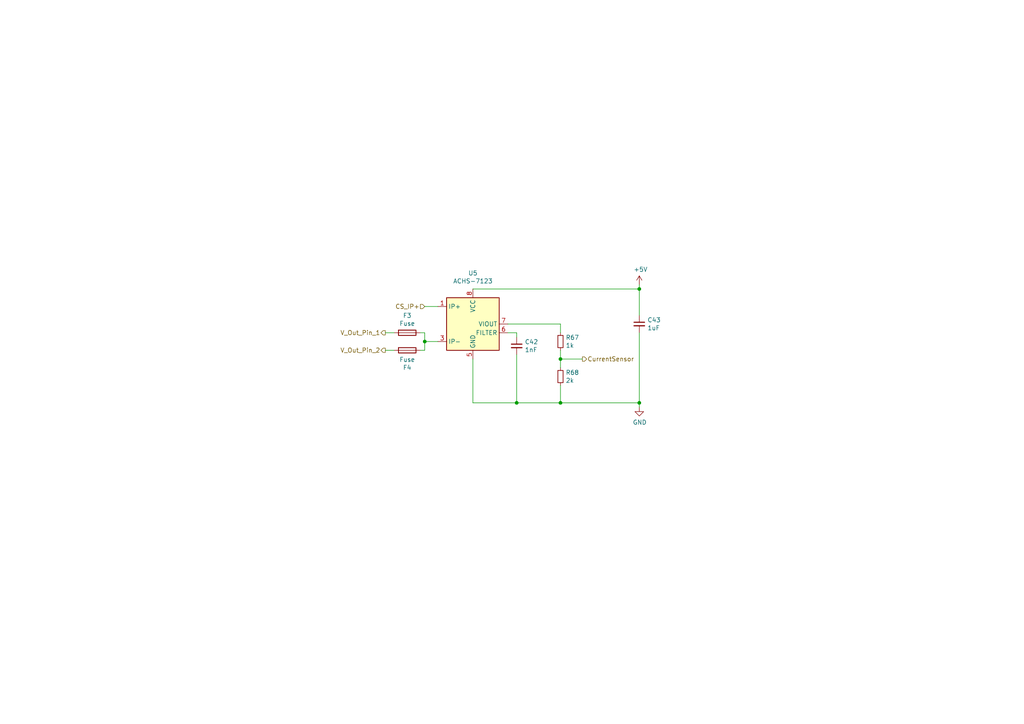
<source format=kicad_sch>
(kicad_sch (version 20231120) (generator "eeschema") (generator_version "8.0")
  (paper "A4")
  (title_block (title "ACHS-7123 Current Sensor"))
  (lib_symbols
    (symbol "BMS_LV_2022-rescue:+5V-power" (power) (pin_names (offset 0))
      (property "Value" "power_+5V" (at 0 3.556 0))
      (symbol "+5V-power_0_1"
        (polyline (pts (xy -0.762 1.27) (xy 0 2.54)))
        (polyline (pts (xy 0 0) (xy 0 2.54)))
        (polyline (pts (xy 0 2.54) (xy 0.762 1.27)))
      )
      (symbol "+5V-power_1_1"
        (pin power_in line (at 0 0 90) (length 0) hide (name "+5V") (number "1"))
      )
    )
    (symbol "BMS_LV_2022-rescue:GND-power" (power) (pin_names (offset 0))
      (property "Value" "power_GND" (at 0 -3.81 0))
      (symbol "GND-power_0_1"
        (polyline (pts (xy 0 0) (xy 0 -1.27) (xy 1.27 -1.27) (xy 0 -2.54) (xy -1.27 -1.27) (xy 0 -1.27)))
      )
      (symbol "GND-power_1_1"
        (pin power_in line (at 0 0 270) (length 0) hide (name "GND") (number "1"))
      )
    )
    (symbol "Device:C_Small" (pin_numbers hide) (pin_names (offset 0.254) hide)
      (property "Reference" "C" (at 0.254 1.778 0))
      (property "Value" "C_Small" (at 0.254 -2.032 0))
      (symbol "C_Small_0_1"
        (polyline (pts (xy -1.524 -0.508) (xy 1.524 -0.508)) (stroke (width 0.3302)))
        (polyline (pts (xy -1.524 0.508) (xy 1.524 0.508)) (stroke (width 0.3048)))
      )
      (symbol "C_Small_1_1"
        (pin passive line (at 0 2.54 270) (length 2.032) (name "~") (number "1"))
        (pin passive line (at 0 -2.54 90) (length 2.032) (name "~") (number "2"))
      )
    )
    (symbol "Device:Fuse" (pin_numbers hide) (pin_names (offset 0))
      (property "Reference" "F" (at 2.032 0 90))
      (property "Value" "Fuse" (at -1.905 0 90))
      (symbol "Fuse_0_1"
        (rectangle (start -0.762 -2.54) (end 0.762 2.54) (stroke (width 0.254)))
        (polyline (pts (xy 0 2.54) (xy 0 -2.54)))
      )
      (symbol "Fuse_1_1"
        (pin passive line (at 0 3.81 270) (length 1.27) (name "~") (number "1"))
        (pin passive line (at 0 -3.81 90) (length 1.27) (name "~") (number "2"))
      )
    )
    (symbol "Device:R_Small" (pin_numbers hide) (pin_names (offset 0.254) hide)
      (property "Reference" "R" (at 0.762 0.508 0))
      (property "Value" "R_Small" (at 0.762 -1.016 0))
      (symbol "R_Small_0_1"
        (rectangle (start -0.762 1.778) (end 0.762 -1.778) (stroke (width 0.2032)))
      )
      (symbol "R_Small_1_1"
        (pin passive line (at 0 2.54 270) (length 0.762) (name "~") (number "1"))
        (pin passive line (at 0 -2.54 90) (length 0.762) (name "~") (number "2"))
      )
    )
    (symbol "Sensor_Current:ACS712xLCTR-30A"
      (property "Reference" "U" (at 2.54 11.43 0))
      (property "Value" "ACS712xLCTR-30A" (at 2.54 8.89 0))
      (symbol "ACS712xLCTR-30A_0_1"
        (rectangle (start -7.62 7.62) (end 7.62 -7.62) (stroke (width 0.254)) (fill (type background)))
      )
      (symbol "ACS712xLCTR-30A_1_1"
        (pin passive line (at -10.16 5.08 0) (length 2.54) (name "IP+") (number "1"))
        (pin passive line (at -10.16 5.08 0) (length 2.54) hide (name "IP+") (number "2"))
        (pin passive line (at -10.16 -5.08 0) (length 2.54) (name "IP-") (number "3"))
        (pin passive line (at -10.16 -5.08 0) (length 2.54) hide (name "IP-") (number "4"))
        (pin power_in line (at 0 -10.16 90) (length 2.54) (name "GND") (number "5"))
        (pin passive line (at 10.16 -2.54 180) (length 2.54) (name "FILTER") (number "6"))
        (pin output line (at 10.16 0 180) (length 2.54) (name "VIOUT") (number "7"))
        (pin power_in line (at 0 10.16 270) (length 2.54) (name "VCC") (number "8"))
      )
    )
  )
  (junction (at 123.19 99.06))
  (junction (at 185.42 83.82))
  (junction (at 149.86 116.84))
  (junction (at 162.56 104.14))
  (junction (at 162.56 116.84))
  (junction (at 185.42 116.84))
  (wire (pts (xy 149.86 116.84) (xy 162.56 116.84)))
  (wire (pts (xy 127 99.06) (xy 123.19 99.06)))
  (wire (pts (xy 162.56 93.98) (xy 162.56 96.52)))
  (wire (pts (xy 149.86 102.87) (xy 149.86 116.84)))
  (wire (pts (xy 185.42 82.55) (xy 185.42 83.82)))
  (wire (pts (xy 123.19 101.6) (xy 121.92 101.6)))
  (wire (pts (xy 162.56 104.14) (xy 162.56 106.68)))
  (wire (pts (xy 123.19 99.06) (xy 123.19 101.6)))
  (wire (pts (xy 123.19 96.52) (xy 121.92 96.52)))
  (wire (pts (xy 162.56 101.6) (xy 162.56 104.14)))
  (wire (pts (xy 147.32 96.52) (xy 149.86 96.52)))
  (wire (pts (xy 123.19 99.06) (xy 123.19 96.52)))
  (wire (pts (xy 149.86 96.52) (xy 149.86 97.79)))
  (wire (pts (xy 111.76 101.6) (xy 114.3 101.6)))
  (wire (pts (xy 111.76 96.52) (xy 114.3 96.52)))
  (wire (pts (xy 147.32 93.98) (xy 162.56 93.98)))
  (wire (pts (xy 137.16 104.14) (xy 137.16 116.84)))
  (wire (pts (xy 137.16 83.82) (xy 185.42 83.82)))
  (wire (pts (xy 185.42 91.44) (xy 185.42 83.82)))
  (wire (pts (xy 137.16 116.84) (xy 149.86 116.84)))
  (wire (pts (xy 127 88.9) (xy 123.19 88.9)))
  (wire (pts (xy 185.42 116.84) (xy 185.42 118.11)))
  (wire (pts (xy 168.91 104.14) (xy 162.56 104.14)))
  (wire (pts (xy 162.56 111.76) (xy 162.56 116.84)))
  (wire (pts (xy 162.56 116.84) (xy 185.42 116.84)))
  (wire (pts (xy 185.42 96.52) (xy 185.42 116.84)))
  (hierarchical_label "CS_IP+" (shape input) (at 123.19 88.9 180))
  (hierarchical_label "CurrentSensor" (shape output) (at 168.91 104.14 0))
  (hierarchical_label "V_Out_Pin_2" (shape output) (at 111.76 101.6 180))
  (hierarchical_label "V_Out_Pin_1" (shape output) (at 111.76 96.52 180))
  (symbol (lib_id "Device:R_Small") (at 162.56 99.06 0) (unit 1)
    (property "Reference" "R67" (at 164.0586 97.8916 0) (effects (justify left)))
    (property "Value" "1k" (at 164.0586 100.203 0) (effects (justify left)))
    (property "Footprint" "Resistor_SMD:R_0603_1608Metric" (effects (hide yes)))
  )
  (symbol (lib_id "Device:R_Small") (at 162.56 109.22 0) (unit 1)
    (property "Reference" "R68" (at 164.0586 108.0516 0) (effects (justify left)))
    (property "Value" "2k" (at 164.0586 110.363 0) (effects (justify left)))
    (property "Footprint" "Resistor_SMD:R_0603_1608Metric" (effects (hide yes)))
  )
  (symbol (lib_id "Sensor_Current:ACS712xLCTR-30A") (at 137.16 93.98 0) (unit 1)
    (property "Reference" "U5" (at 137.16 79.2226 0))
    (property "Value" "ACHS-7123" (at 137.16 81.534 0))
    (property "Footprint" "Package_SO:SOIC-8_3.9x4.9mm_P1.27mm" (effects (hide yes)))
    (property "Datasheet" "https://download.kamami.pl/p586603-ACHS-712x-DS101_2018-02-28.pdf" (effects (hide yes)))
  )
  (symbol (lib_id "Device:C_Small") (at 149.86 100.33 0) (unit 1)
    (property "Reference" "C42" (at 152.1968 99.1616 0) (effects (justify left)))
    (property "Value" "1nF" (at 152.1968 101.473 0) (effects (justify left)))
    (property "Footprint" "Capacitor_SMD:C_0603_1608Metric" (effects (hide yes)))
  )
  (symbol (lib_id "Device:C_Small") (at 185.42 93.98 0) (unit 1)
    (property "Reference" "C43" (at 187.7568 92.8116 0) (effects (justify left)))
    (property "Value" "1uF" (at 187.7568 95.123 0) (effects (justify left)))
    (property "Footprint" "Capacitor_SMD:C_0603_1608Metric" (effects (hide yes)))
  )
  (symbol (lib_id "BMS_LV_2022-rescue:GND-power") (at 185.42 118.11 0) (unit 1)
    (property "Reference" "#PWR050" (effects (hide yes)))
    (property "Value" "GND" (at 185.547 122.5042 0))
  )
  (symbol (lib_id "BMS_LV_2022-rescue:+5V-power") (at 185.42 82.55 0) (unit 1)
    (property "Reference" "#PWR049" (effects (hide yes)))
    (property "Value" "+5V" (at 185.801 78.1558 0))
  )
  (symbol (lib_id "Device:Fuse") (at 118.11 96.52 270) (unit 1)
    (property "Reference" "F3" (at 118.11 91.5162 90))
    (property "Value" "Fuse" (at 118.11 93.8276 90))
    (property "Footprint" "footprints:0154001.DRT" (effects (hide yes)))
    (property "Datasheet" "http://m.littelfuse.com/~/media/electronics/datasheets/fuses/littelfuse_fuse_154_154t_154l_154tl_datasheet.pdf.pdf" (effects (hide yes)))
    (property "Part Number" "0154010.DR" (effects (hide yes)))
  )
  (symbol (lib_id "Device:Fuse") (at 118.11 101.6 270) (mirror x) (unit 1)
    (property "Reference" "F4" (at 118.11 106.6038 90))
    (property "Value" "Fuse" (at 118.11 104.2924 90))
    (property "Footprint" "footprints:0154001.DRT" (effects (hide yes)))
    (property "Datasheet" "http://m.littelfuse.com/~/media/electronics/datasheets/fuses/littelfuse_fuse_154_154t_154l_154tl_datasheet.pdf.pdf" (effects (hide yes)))
    (property "Part Number" "0154010.DR" (effects (hide yes)))
  )
)
</source>
